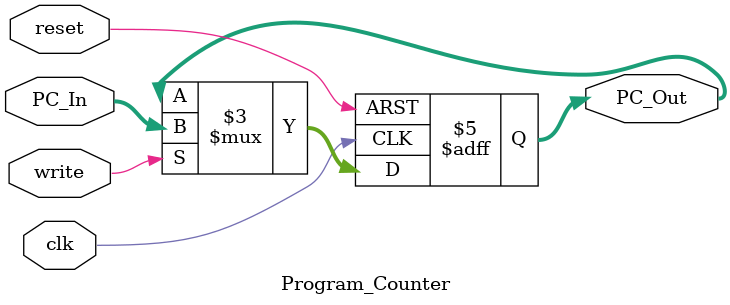
<source format=v>
`timescale 1ns / 1ps
module Program_Counter(
    input clk, reset, write,
    input [63:0] PC_In, // input port to get new program counter value
    output reg [63:0] PC_Out // output port for current program counter value
);
  // Initialize program counter output
  initial PC_Out = 0;
  always @(posedge clk or posedge reset) begin
    if (reset) // reset program counter
      PC_Out = 0;
    else if (write) // write new program counter value to output
      PC_Out <= PC_In;
  end
endmodule

</source>
